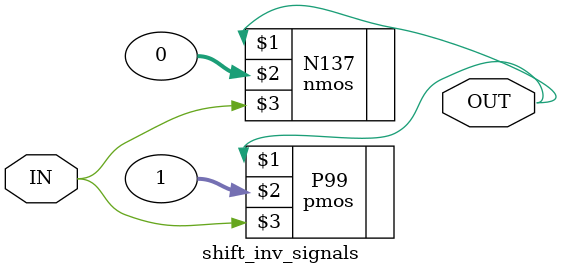
<source format=v>
`timescale 1ns / 1ns 

module shift_inv_signals ( OUT, IN );
output  OUT;

input  IN;


specify 
    specparam CDS_LIBNAME  = "ece555_projectlib";
    specparam CDS_CELLNAME = "shift_inv_signals";
    specparam CDS_VIEWNAME = "schematic";
endspecify

nmos N137 ( OUT, 0, IN);
pmos P99 ( OUT, 1, IN);

endmodule

</source>
